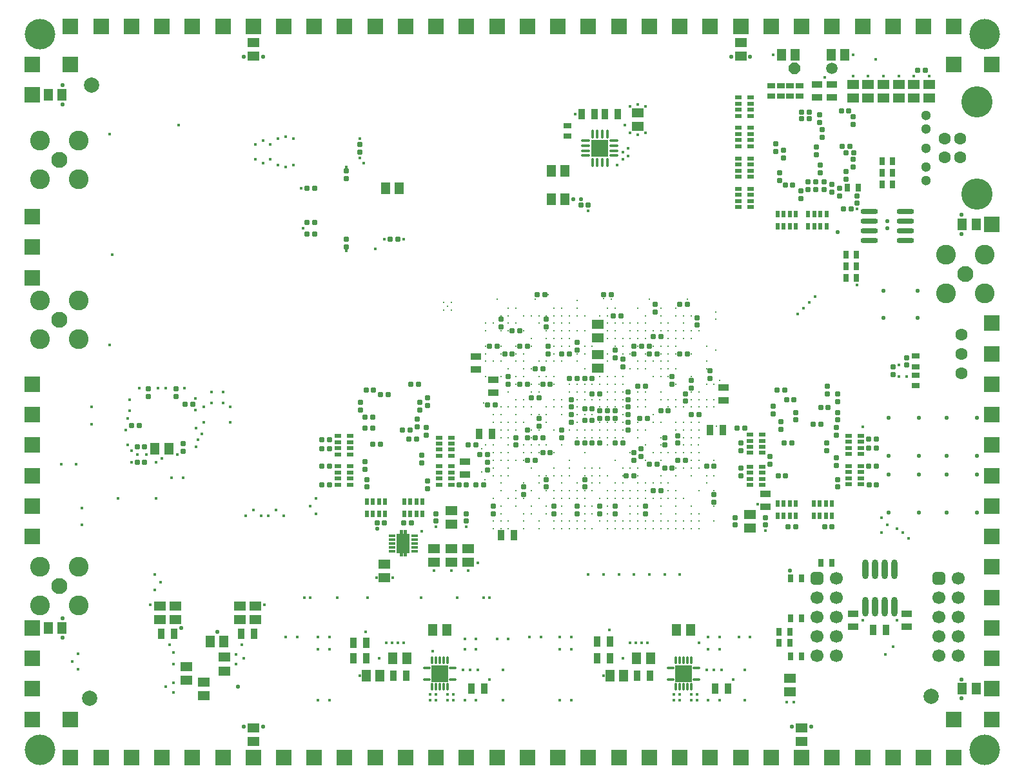
<source format=gbs>
%FSLAX25Y25*%
%MOIN*%
G70*
G01*
G75*
G04 Layer_Color=16711935*
%ADD10C,0.00591*%
%ADD11C,0.00591*%
%ADD12C,0.00492*%
%ADD13R,0.03347X0.05118*%
%ADD14R,0.04528X0.05709*%
%ADD15R,0.12598X0.16929*%
%ADD16R,0.03150X0.01575*%
%ADD17R,0.01575X0.03150*%
%ADD18R,0.05709X0.04528*%
%ADD19R,0.03543X0.02756*%
G04:AMPARAMS|DCode=20|XSize=23.62mil|YSize=23.62mil|CornerRadius=2.95mil|HoleSize=0mil|Usage=FLASHONLY|Rotation=90.000|XOffset=0mil|YOffset=0mil|HoleType=Round|Shape=RoundedRectangle|*
%AMROUNDEDRECTD20*
21,1,0.02362,0.01772,0,0,90.0*
21,1,0.01772,0.02362,0,0,90.0*
1,1,0.00591,0.00886,0.00886*
1,1,0.00591,0.00886,-0.00886*
1,1,0.00591,-0.00886,-0.00886*
1,1,0.00591,-0.00886,0.00886*
%
%ADD20ROUNDEDRECTD20*%
%ADD21R,0.02756X0.03543*%
G04:AMPARAMS|DCode=22|XSize=23.62mil|YSize=23.62mil|CornerRadius=2.95mil|HoleSize=0mil|Usage=FLASHONLY|Rotation=180.000|XOffset=0mil|YOffset=0mil|HoleType=Round|Shape=RoundedRectangle|*
%AMROUNDEDRECTD22*
21,1,0.02362,0.01772,0,0,180.0*
21,1,0.01772,0.02362,0,0,180.0*
1,1,0.00591,-0.00886,0.00886*
1,1,0.00591,0.00886,0.00886*
1,1,0.00591,0.00886,-0.00886*
1,1,0.00591,-0.00886,-0.00886*
%
%ADD22ROUNDEDRECTD22*%
%ADD23R,0.05118X0.03347*%
%ADD24R,0.11000X0.08500*%
%ADD25R,0.23622X0.19685*%
%ADD26O,0.06102X0.01378*%
%ADD27R,0.10787X0.12795*%
%ADD28O,0.04134X0.01181*%
%ADD29O,0.01181X0.04134*%
%ADD30R,0.08268X0.08268*%
%ADD31R,0.05906X0.09449*%
%ADD32C,0.03937*%
%ADD33R,0.05512X0.02992*%
%ADD34R,0.12520X0.05000*%
%ADD35R,0.02992X0.05512*%
%ADD36R,0.05000X0.12520*%
%ADD37O,0.00984X0.03150*%
%ADD38O,0.03150X0.00984*%
%ADD39R,0.21654X0.21654*%
%ADD40O,0.00984X0.05709*%
%ADD41R,0.29528X0.29528*%
%ADD42O,0.00984X0.03543*%
%ADD43O,0.03543X0.00984*%
%ADD44C,0.01772*%
%ADD45C,0.01575*%
%ADD46C,0.01969*%
%ADD47R,0.07087X0.08661*%
%ADD48R,0.08661X0.07087*%
%ADD49R,0.14961X0.11024*%
%ADD50R,0.03543X0.03740*%
%ADD51C,0.05906*%
%ADD52C,0.01181*%
%ADD53C,0.00984*%
%ADD54C,0.03937*%
%ADD55C,0.00787*%
%ADD56C,0.00551*%
%ADD57C,0.00394*%
%ADD58P,0.05966X8X22.5*%
%ADD59C,0.05512*%
%ADD60C,0.05906*%
%ADD61C,0.07874*%
%ADD62C,0.09843*%
%ADD63C,0.15748*%
%ADD64C,0.04724*%
%ADD65R,0.07874X0.07874*%
%ADD66R,0.07874X0.07874*%
G04:AMPARAMS|DCode=67|XSize=62.99mil|YSize=62.99mil|CornerRadius=15.75mil|HoleSize=0mil|Usage=FLASHONLY|Rotation=90.000|XOffset=0mil|YOffset=0mil|HoleType=Round|Shape=RoundedRectangle|*
%AMROUNDEDRECTD67*
21,1,0.06299,0.03150,0,0,90.0*
21,1,0.03150,0.06299,0,0,90.0*
1,1,0.03150,0.01575,0.01575*
1,1,0.03150,0.01575,-0.01575*
1,1,0.03150,-0.01575,-0.01575*
1,1,0.03150,-0.01575,0.01575*
%
%ADD67ROUNDEDRECTD67*%
%ADD68C,0.06299*%
%ADD69C,0.02559*%
%ADD70C,0.02953*%
%ADD71C,0.02362*%
%ADD72C,0.02756*%
%ADD73C,0.01575*%
%ADD74C,0.01969*%
%ADD75C,0.08661*%
%ADD76C,0.06693*%
%ADD77C,0.03937*%
%ADD78C,0.03740*%
%ADD79C,0.03543*%
%ADD80C,0.03150*%
%ADD81C,0.04331*%
%ADD82C,0.03347*%
%ADD83C,0.00512*%
%ADD84C,0.00494*%
%ADD85C,0.02756*%
%ADD86C,0.02362*%
%ADD87C,0.09449*%
%ADD88C,0.10630*%
%ADD89R,0.03347X0.01102*%
%ADD90R,0.06496X0.09449*%
%ADD91O,0.08661X0.02362*%
%ADD92O,0.03347X0.01102*%
%ADD93O,0.01102X0.03347*%
%ADD94R,0.08071X0.08071*%
%ADD95O,0.02756X0.09843*%
%ADD96C,0.07874*%
%ADD97C,0.01000*%
%ADD98C,0.00984*%
%ADD99R,0.03740X0.05512*%
%ADD100R,0.04921X0.06102*%
%ADD101R,0.12992X0.17323*%
%ADD102R,0.03543X0.01969*%
%ADD103R,0.01969X0.03543*%
%ADD104R,0.06102X0.04921*%
%ADD105R,0.03937X0.03150*%
G04:AMPARAMS|DCode=106|XSize=27.56mil|YSize=27.56mil|CornerRadius=4.92mil|HoleSize=0mil|Usage=FLASHONLY|Rotation=90.000|XOffset=0mil|YOffset=0mil|HoleType=Round|Shape=RoundedRectangle|*
%AMROUNDEDRECTD106*
21,1,0.02756,0.01772,0,0,90.0*
21,1,0.01772,0.02756,0,0,90.0*
1,1,0.00984,0.00886,0.00886*
1,1,0.00984,0.00886,-0.00886*
1,1,0.00984,-0.00886,-0.00886*
1,1,0.00984,-0.00886,0.00886*
%
%ADD106ROUNDEDRECTD106*%
%ADD107R,0.03150X0.03937*%
G04:AMPARAMS|DCode=108|XSize=27.56mil|YSize=27.56mil|CornerRadius=4.92mil|HoleSize=0mil|Usage=FLASHONLY|Rotation=180.000|XOffset=0mil|YOffset=0mil|HoleType=Round|Shape=RoundedRectangle|*
%AMROUNDEDRECTD108*
21,1,0.02756,0.01772,0,0,180.0*
21,1,0.01772,0.02756,0,0,180.0*
1,1,0.00984,-0.00886,0.00886*
1,1,0.00984,0.00886,0.00886*
1,1,0.00984,0.00886,-0.00886*
1,1,0.00984,-0.00886,-0.00886*
%
%ADD108ROUNDEDRECTD108*%
%ADD109R,0.05512X0.03740*%
%ADD110R,0.11394X0.08894*%
%ADD111R,0.24016X0.20079*%
%ADD112O,0.06496X0.01772*%
%ADD113R,0.11181X0.13189*%
%ADD114O,0.04528X0.01575*%
%ADD115O,0.01575X0.04528*%
%ADD116R,0.08661X0.08661*%
%ADD117R,0.06299X0.09843*%
%ADD118C,0.07874*%
%ADD119R,0.05906X0.03386*%
%ADD120R,0.12913X0.05394*%
%ADD121R,0.03386X0.05906*%
%ADD122R,0.05394X0.12913*%
%ADD123O,0.01378X0.03543*%
%ADD124O,0.03543X0.01378*%
%ADD125R,0.22047X0.22047*%
%ADD126O,0.01378X0.06102*%
%ADD127R,0.29921X0.29921*%
%ADD128O,0.01378X0.03937*%
%ADD129O,0.03937X0.01378*%
%ADD130C,0.02165*%
%ADD131R,0.07480X0.09055*%
%ADD132R,0.09055X0.07480*%
%ADD133R,0.15354X0.11417*%
%ADD134R,0.03937X0.04134*%
%ADD135P,0.06392X8X22.5*%
%ADD136C,0.08268*%
%ADD137C,0.10236*%
%ADD138C,0.16142*%
%ADD139C,0.05118*%
%ADD140C,0.15748*%
%ADD141R,0.08268X0.08268*%
G04:AMPARAMS|DCode=142|XSize=66.93mil|YSize=66.93mil|CornerRadius=17.72mil|HoleSize=0mil|Usage=FLASHONLY|Rotation=90.000|XOffset=0mil|YOffset=0mil|HoleType=Round|Shape=RoundedRectangle|*
%AMROUNDEDRECTD142*
21,1,0.06693,0.03150,0,0,90.0*
21,1,0.03150,0.06693,0,0,90.0*
1,1,0.03543,0.01575,0.01575*
1,1,0.03543,0.01575,-0.01575*
1,1,0.03543,-0.01575,-0.01575*
1,1,0.03543,-0.01575,0.01575*
%
%ADD142ROUNDEDRECTD142*%
%ADD143C,0.01772*%
%ADD144C,0.02165*%
%ADD145C,0.01181*%
%ADD146R,0.03740X0.01496*%
%ADD147R,0.06890X0.09843*%
%ADD148O,0.09055X0.02756*%
%ADD149O,0.03898X0.01654*%
%ADD150O,0.01654X0.03898*%
%ADD151R,0.08622X0.08622*%
%ADD152O,0.03150X0.10236*%
G36*
X332481Y217062D02*
X332489Y217062D01*
X332501Y217060D01*
X332512Y217058D01*
X332519Y217056D01*
X332526Y217054D01*
X332538Y217049D01*
X332549Y217045D01*
X332555Y217041D01*
X332562Y217038D01*
X332572Y217031D01*
X332582Y217025D01*
X332588Y217020D01*
X332594Y217016D01*
X332602Y217007D01*
X332611Y216999D01*
X332615Y216993D01*
X332621Y216988D01*
X333187Y216264D01*
X333191Y216257D01*
X333196Y216251D01*
X333202Y216241D01*
X333208Y216231D01*
X333211Y216224D01*
X333214Y216217D01*
X333218Y216206D01*
X333222Y216195D01*
X333224Y216187D01*
X333226Y216180D01*
X333227Y216168D01*
X333229Y216156D01*
X333229Y216149D01*
X333229Y216142D01*
Y214173D01*
X333226Y214135D01*
X333214Y214097D01*
X333196Y214063D01*
X333172Y214033D01*
X333141Y214009D01*
X333107Y213990D01*
X333070Y213979D01*
X333032Y213975D01*
X331929D01*
X331891Y213979D01*
X331854Y213990D01*
X331819Y214009D01*
X331789Y214033D01*
X331765Y214063D01*
X331747Y214097D01*
X331735Y214135D01*
X331732Y214173D01*
Y216142D01*
X331732Y216146D01*
X331732Y216151D01*
X331734Y216165D01*
X331735Y216180D01*
X331737Y216185D01*
X331737Y216189D01*
X331742Y216203D01*
X331747Y216217D01*
X331749Y216221D01*
X331750Y216226D01*
X331758Y216239D01*
X331765Y216251D01*
X331768Y216255D01*
X331770Y216259D01*
X332306Y216984D01*
X332311Y216989D01*
X332315Y216995D01*
X332324Y217003D01*
X332332Y217012D01*
X332337Y217017D01*
X332343Y217022D01*
X332353Y217028D01*
X332363Y217036D01*
X332369Y217039D01*
X332376Y217042D01*
X332387Y217047D01*
X332398Y217052D01*
X332405Y217054D01*
X332412Y217056D01*
X332423Y217059D01*
X332435Y217062D01*
X332443Y217062D01*
X332450Y217063D01*
X332462Y217063D01*
X332474Y217063D01*
X332481Y217062D01*
D02*
G37*
G36*
X334467Y217063D02*
X334479Y217063D01*
X334487Y217062D01*
X334494Y217062D01*
X334506Y217059D01*
X334518Y217056D01*
X334524Y217054D01*
X334532Y217052D01*
X334543Y217047D01*
X334554Y217042D01*
X334560Y217039D01*
X334567Y217036D01*
X334576Y217028D01*
X334587Y217022D01*
X334592Y217017D01*
X334598Y217012D01*
X334606Y217003D01*
X334615Y216995D01*
X334619Y216989D01*
X334624Y216984D01*
X335159Y216259D01*
X335162Y216255D01*
X335165Y216251D01*
X335172Y216239D01*
X335179Y216226D01*
X335181Y216221D01*
X335183Y216217D01*
X335187Y216203D01*
X335192Y216189D01*
X335193Y216185D01*
X335194Y216180D01*
X335196Y216165D01*
X335198Y216151D01*
X335197Y216146D01*
X335198Y216142D01*
Y214173D01*
X335194Y214135D01*
X335183Y214097D01*
X335165Y214063D01*
X335140Y214033D01*
X335110Y214009D01*
X335076Y213990D01*
X335039Y213979D01*
X335000Y213975D01*
X333898D01*
X333859Y213979D01*
X333822Y213990D01*
X333788Y214009D01*
X333758Y214033D01*
X333733Y214063D01*
X333715Y214097D01*
X333704Y214135D01*
X333700Y214173D01*
Y216142D01*
X333701Y216149D01*
X333700Y216156D01*
X333703Y216168D01*
X333704Y216180D01*
X333706Y216187D01*
X333707Y216195D01*
X333712Y216206D01*
X333715Y216217D01*
X333718Y216224D01*
X333721Y216231D01*
X333728Y216241D01*
X333733Y216251D01*
X333738Y216257D01*
X333742Y216264D01*
X334309Y216988D01*
X334314Y216993D01*
X334318Y216999D01*
X334327Y217007D01*
X334336Y217016D01*
X334342Y217020D01*
X334347Y217025D01*
X334358Y217031D01*
X334367Y217038D01*
X334374Y217041D01*
X334380Y217045D01*
X334392Y217049D01*
X334403Y217054D01*
X334410Y217056D01*
X334417Y217058D01*
X334429Y217060D01*
X334441Y217062D01*
X334448Y217062D01*
X334455Y217063D01*
X334467Y217063D01*
D02*
G37*
G36*
X335039Y227753D02*
X335076Y227742D01*
X335110Y227723D01*
X335140Y227699D01*
X335165Y227669D01*
X335183Y227635D01*
X335194Y227597D01*
X335198Y227559D01*
Y225590D01*
X335197Y225586D01*
X335198Y225581D01*
X335196Y225567D01*
X335194Y225552D01*
X335193Y225547D01*
X335192Y225543D01*
X335187Y225529D01*
X335183Y225515D01*
X335181Y225511D01*
X335179Y225506D01*
X335172Y225493D01*
X335165Y225481D01*
X335162Y225477D01*
X335159Y225473D01*
X334624Y224748D01*
X334619Y224743D01*
X334615Y224737D01*
X334606Y224729D01*
X334598Y224720D01*
X334592Y224715D01*
X334587Y224710D01*
X334576Y224704D01*
X334567Y224696D01*
X334560Y224693D01*
X334554Y224689D01*
X334543Y224685D01*
X334532Y224680D01*
X334524Y224678D01*
X334518Y224675D01*
X334506Y224673D01*
X334494Y224670D01*
X334487Y224670D01*
X334479Y224669D01*
X334467Y224669D01*
X334455Y224668D01*
X334448Y224670D01*
X334441Y224670D01*
X334429Y224672D01*
X334417Y224674D01*
X334410Y224676D01*
X334403Y224678D01*
X334392Y224683D01*
X334380Y224687D01*
X334374Y224691D01*
X334367Y224694D01*
X334358Y224701D01*
X334347Y224707D01*
X334342Y224712D01*
X334336Y224716D01*
X334327Y224725D01*
X334318Y224733D01*
X334314Y224739D01*
X334309Y224744D01*
X333742Y225468D01*
X333738Y225475D01*
X333733Y225481D01*
X333728Y225491D01*
X333721Y225501D01*
X333718Y225508D01*
X333715Y225515D01*
X333712Y225526D01*
X333707Y225537D01*
X333706Y225545D01*
X333704Y225552D01*
X333703Y225564D01*
X333700Y225576D01*
X333701Y225583D01*
X333700Y225590D01*
Y227559D01*
X333704Y227597D01*
X333715Y227635D01*
X333733Y227669D01*
X333758Y227699D01*
X333788Y227723D01*
X333822Y227742D01*
X333859Y227753D01*
X333898Y227757D01*
X335000D01*
X335039Y227753D01*
D02*
G37*
G36*
X333070D02*
X333107Y227742D01*
X333141Y227723D01*
X333172Y227699D01*
X333196Y227669D01*
X333214Y227635D01*
X333226Y227597D01*
X333229Y227559D01*
Y225590D01*
X333229Y225583D01*
X333229Y225576D01*
X333227Y225564D01*
X333226Y225552D01*
X333224Y225545D01*
X333222Y225537D01*
X333218Y225526D01*
X333214Y225515D01*
X333211Y225508D01*
X333208Y225501D01*
X333202Y225491D01*
X333196Y225481D01*
X333191Y225475D01*
X333187Y225468D01*
X332621Y224744D01*
X332615Y224739D01*
X332611Y224733D01*
X332602Y224725D01*
X332594Y224716D01*
X332588Y224712D01*
X332582Y224707D01*
X332572Y224701D01*
X332562Y224694D01*
X332555Y224691D01*
X332549Y224687D01*
X332538Y224683D01*
X332526Y224678D01*
X332519Y224676D01*
X332512Y224674D01*
X332501Y224672D01*
X332489Y224670D01*
X332481Y224670D01*
X332474Y224668D01*
X332462Y224669D01*
X332450Y224669D01*
X332443Y224670D01*
X332435Y224670D01*
X332423Y224673D01*
X332412Y224675D01*
X332405Y224678D01*
X332398Y224680D01*
X332387Y224685D01*
X332376Y224689D01*
X332369Y224693D01*
X332363Y224696D01*
X332353Y224704D01*
X332343Y224710D01*
X332337Y224715D01*
X332332Y224720D01*
X332324Y224729D01*
X332315Y224737D01*
X332311Y224743D01*
X332306Y224748D01*
X331770Y225473D01*
X331768Y225477D01*
X331765Y225481D01*
X331758Y225493D01*
X331750Y225506D01*
X331749Y225511D01*
X331747Y225515D01*
X331742Y225529D01*
X331737Y225543D01*
X331737Y225547D01*
X331735Y225552D01*
X331734Y225567D01*
X331732Y225581D01*
X331732Y225586D01*
X331732Y225590D01*
Y227559D01*
X331735Y227597D01*
X331747Y227635D01*
X331765Y227669D01*
X331789Y227699D01*
X331819Y227723D01*
X331854Y227742D01*
X331891Y227753D01*
X331929Y227757D01*
X333032D01*
X333070Y227753D01*
D02*
G37*
D30*
X602362Y110236D02*
D03*
X586614D02*
D03*
X555118D02*
D03*
X570866D02*
D03*
X539370D02*
D03*
X523622D02*
D03*
X492126D02*
D03*
X507874D02*
D03*
X476378D02*
D03*
X460630D02*
D03*
X429134D02*
D03*
X444882D02*
D03*
X413386D02*
D03*
X397638D02*
D03*
X366142D02*
D03*
X381890D02*
D03*
X350394D02*
D03*
X334646D02*
D03*
X303150D02*
D03*
X318898D02*
D03*
X287402D02*
D03*
X271654D02*
D03*
X240157D02*
D03*
X255906D02*
D03*
X224409D02*
D03*
X208661D02*
D03*
X177165D02*
D03*
X192913D02*
D03*
X161417D02*
D03*
X637795Y129921D02*
D03*
Y145669D02*
D03*
Y161417D02*
D03*
Y177165D02*
D03*
X141732Y129921D02*
D03*
X161417D02*
D03*
X141732Y145669D02*
D03*
Y161417D02*
D03*
Y177165D02*
D03*
Y224409D02*
D03*
Y240157D02*
D03*
Y255906D02*
D03*
Y271654D02*
D03*
Y287402D02*
D03*
Y303150D02*
D03*
Y358268D02*
D03*
Y374016D02*
D03*
Y389764D02*
D03*
Y468504D02*
D03*
X161417D02*
D03*
Y488189D02*
D03*
X141732Y452756D02*
D03*
D45*
X276575Y430118D02*
D03*
X268701D02*
D03*
X272638Y431102D02*
D03*
X183071Y370079D02*
D03*
X181732Y323425D02*
D03*
X217165Y437008D02*
D03*
X181732Y432480D02*
D03*
X240158Y299213D02*
D03*
Y293307D02*
D03*
X234252Y299213D02*
D03*
Y293307D02*
D03*
X429134Y392717D02*
D03*
D60*
X554882Y466535D02*
D03*
D68*
X622047Y328898D02*
D03*
Y308898D02*
D03*
Y318898D02*
D03*
X621220Y430197D02*
D03*
X613346D02*
D03*
Y420354D02*
D03*
X621220D02*
D03*
D76*
X557244Y202756D02*
D03*
X557244Y162756D02*
D03*
X557244Y172756D02*
D03*
Y182756D02*
D03*
X557244Y192756D02*
D03*
X547244D02*
D03*
Y182756D02*
D03*
Y172756D02*
D03*
Y162756D02*
D03*
X620236Y202756D02*
D03*
X620236Y162756D02*
D03*
X620236Y172756D02*
D03*
Y182756D02*
D03*
X620236Y192756D02*
D03*
X610236D02*
D03*
Y182756D02*
D03*
Y172756D02*
D03*
Y162756D02*
D03*
D99*
X368701Y145669D02*
D03*
X375394D02*
D03*
X379331Y277559D02*
D03*
X372638D02*
D03*
X384055Y225197D02*
D03*
X390748D02*
D03*
X498622Y279528D02*
D03*
X491929D02*
D03*
X437598Y442913D02*
D03*
X444291D02*
D03*
X425787D02*
D03*
X432480D02*
D03*
X256299Y174213D02*
D03*
X249606D02*
D03*
X583071Y176181D02*
D03*
X576378D02*
D03*
X307677Y169291D02*
D03*
X314370D02*
D03*
X314370Y161417D02*
D03*
X307677D02*
D03*
X335039Y152559D02*
D03*
X328346D02*
D03*
X433661Y170276D02*
D03*
X440354D02*
D03*
X440354Y161417D02*
D03*
X433662D02*
D03*
X461024Y152559D02*
D03*
X454331D02*
D03*
X494685Y145669D02*
D03*
X501378D02*
D03*
X214961Y174213D02*
D03*
X208268D02*
D03*
D100*
X629528Y385827D02*
D03*
X622441D02*
D03*
X554528Y473425D02*
D03*
X561614D02*
D03*
X536024Y473425D02*
D03*
X528937D02*
D03*
X409842Y413386D02*
D03*
X416929D02*
D03*
X150000Y452756D02*
D03*
X157087D02*
D03*
X331299Y404528D02*
D03*
X324213D02*
D03*
X212205Y269685D02*
D03*
X205118D02*
D03*
X240748Y170276D02*
D03*
X233661D02*
D03*
X150000Y177165D02*
D03*
X157087D02*
D03*
X321457Y152559D02*
D03*
X314370D02*
D03*
X335236Y161417D02*
D03*
X328150D02*
D03*
X348819Y176181D02*
D03*
X355906D02*
D03*
X447441Y152559D02*
D03*
X440354D02*
D03*
X461221Y161418D02*
D03*
X454134D02*
D03*
X474803Y176181D02*
D03*
X481890D02*
D03*
X629528Y145669D02*
D03*
X622441D02*
D03*
X416929Y398622D02*
D03*
X409842D02*
D03*
D102*
X506693Y435630D02*
D03*
Y432480D02*
D03*
Y429331D02*
D03*
Y426181D02*
D03*
X512992D02*
D03*
Y429331D02*
D03*
Y432480D02*
D03*
Y435630D02*
D03*
X563779Y251378D02*
D03*
Y254528D02*
D03*
Y257677D02*
D03*
Y260827D02*
D03*
X570079D02*
D03*
Y257677D02*
D03*
Y254528D02*
D03*
Y251378D02*
D03*
X512598Y277067D02*
D03*
Y273917D02*
D03*
Y270768D02*
D03*
Y267618D02*
D03*
X518898D02*
D03*
Y270768D02*
D03*
Y273917D02*
D03*
Y277067D02*
D03*
X563779Y267126D02*
D03*
Y270276D02*
D03*
Y273425D02*
D03*
Y276575D02*
D03*
X570079D02*
D03*
Y273425D02*
D03*
Y270276D02*
D03*
Y267126D02*
D03*
X512598Y260433D02*
D03*
Y257283D02*
D03*
Y254134D02*
D03*
Y250984D02*
D03*
X518898D02*
D03*
Y254134D02*
D03*
Y257283D02*
D03*
Y260433D02*
D03*
X512992Y419882D02*
D03*
Y416732D02*
D03*
Y413583D02*
D03*
Y410433D02*
D03*
X506693D02*
D03*
Y413583D02*
D03*
Y416732D02*
D03*
Y419882D02*
D03*
Y404134D02*
D03*
Y400984D02*
D03*
Y397835D02*
D03*
Y394685D02*
D03*
X512992D02*
D03*
Y397835D02*
D03*
Y400984D02*
D03*
Y404134D02*
D03*
Y451378D02*
D03*
Y448228D02*
D03*
Y445079D02*
D03*
Y441929D02*
D03*
X506693D02*
D03*
Y445079D02*
D03*
Y448228D02*
D03*
Y451378D02*
D03*
X358268Y251181D02*
D03*
Y254331D02*
D03*
Y257480D02*
D03*
Y260630D02*
D03*
X351969D02*
D03*
Y257480D02*
D03*
Y254331D02*
D03*
Y251181D02*
D03*
Y266142D02*
D03*
Y269291D02*
D03*
Y272441D02*
D03*
Y275590D02*
D03*
X358268D02*
D03*
Y272441D02*
D03*
Y269291D02*
D03*
Y266142D02*
D03*
X299606Y260630D02*
D03*
Y257480D02*
D03*
Y254331D02*
D03*
Y251181D02*
D03*
X305906D02*
D03*
Y254331D02*
D03*
Y257480D02*
D03*
Y260630D02*
D03*
Y276378D02*
D03*
Y273228D02*
D03*
Y270079D02*
D03*
Y266929D02*
D03*
X299606D02*
D03*
Y270079D02*
D03*
Y273228D02*
D03*
Y276378D02*
D03*
D103*
X542717Y390945D02*
D03*
X545866D02*
D03*
X549016D02*
D03*
X552165D02*
D03*
Y384646D02*
D03*
X549016D02*
D03*
X545866D02*
D03*
X542717D02*
D03*
X526968D02*
D03*
X530118D02*
D03*
X533268D02*
D03*
X536417D02*
D03*
Y390945D02*
D03*
X533268D02*
D03*
X530118D02*
D03*
X526968D02*
D03*
Y235039D02*
D03*
X530118D02*
D03*
X533268D02*
D03*
X536417D02*
D03*
Y241339D02*
D03*
X533268D02*
D03*
X530118D02*
D03*
X526968D02*
D03*
X545669D02*
D03*
X548819D02*
D03*
X551968D02*
D03*
X555118D02*
D03*
Y235039D02*
D03*
X551968D02*
D03*
X548819D02*
D03*
X545669D02*
D03*
X314567Y242520D02*
D03*
X317717D02*
D03*
X320866D02*
D03*
X324016D02*
D03*
Y236221D02*
D03*
X320866D02*
D03*
X317717D02*
D03*
X314567D02*
D03*
X333858D02*
D03*
X337008D02*
D03*
X340158D02*
D03*
X343307D02*
D03*
Y242520D02*
D03*
X340158D02*
D03*
X337008D02*
D03*
X333858D02*
D03*
D104*
X358268Y237795D02*
D03*
Y230709D02*
D03*
X349409Y218110D02*
D03*
Y211024D02*
D03*
X358268Y218110D02*
D03*
Y211024D02*
D03*
X367126Y218110D02*
D03*
Y211024D02*
D03*
X323819Y210236D02*
D03*
Y203150D02*
D03*
X434055Y318504D02*
D03*
Y311417D02*
D03*
X434055Y327165D02*
D03*
Y334252D02*
D03*
X512795Y235827D02*
D03*
Y228740D02*
D03*
X565945Y451181D02*
D03*
Y458268D02*
D03*
X573819Y451181D02*
D03*
Y458268D02*
D03*
X581693Y451181D02*
D03*
Y458268D02*
D03*
X589567Y451181D02*
D03*
Y458268D02*
D03*
X597441Y451181D02*
D03*
Y458268D02*
D03*
X605315Y451181D02*
D03*
Y458268D02*
D03*
X507874Y479921D02*
D03*
Y472835D02*
D03*
X454724Y436417D02*
D03*
Y443504D02*
D03*
X255906Y479921D02*
D03*
Y472835D02*
D03*
X241142Y162008D02*
D03*
Y154921D02*
D03*
X221457Y150000D02*
D03*
Y157087D02*
D03*
X230315Y142126D02*
D03*
Y149213D02*
D03*
X207677Y181496D02*
D03*
Y188583D02*
D03*
X215551Y181496D02*
D03*
Y188583D02*
D03*
X249016Y181496D02*
D03*
Y188583D02*
D03*
X256890Y181496D02*
D03*
Y188583D02*
D03*
X533464Y144095D02*
D03*
Y151181D02*
D03*
X255906Y118504D02*
D03*
Y125591D02*
D03*
X539370Y118504D02*
D03*
Y125591D02*
D03*
D105*
X523622Y451968D02*
D03*
Y457480D02*
D03*
X528543Y451968D02*
D03*
Y457480D02*
D03*
X533465Y451968D02*
D03*
Y457480D02*
D03*
X538386Y451968D02*
D03*
Y457480D02*
D03*
X418307Y436811D02*
D03*
Y431299D02*
D03*
X598425Y307874D02*
D03*
Y302362D02*
D03*
X598425Y312205D02*
D03*
Y317717D02*
D03*
D106*
X319882Y231299D02*
D03*
X323819D02*
D03*
X295276Y274606D02*
D03*
X291339D02*
D03*
X291339Y269685D02*
D03*
X295276D02*
D03*
X291339Y260827D02*
D03*
X295276D02*
D03*
X291339Y250984D02*
D03*
X295276D02*
D03*
X509842Y280315D02*
D03*
X505905D02*
D03*
X536221Y229528D02*
D03*
X532283D02*
D03*
X555118D02*
D03*
X551181D02*
D03*
X577953Y274803D02*
D03*
X574016D02*
D03*
X574016Y270079D02*
D03*
X577953D02*
D03*
X574016Y260630D02*
D03*
X577953D02*
D03*
X574213Y250984D02*
D03*
X578150D02*
D03*
X564961Y393701D02*
D03*
X561024D02*
D03*
X599409Y465551D02*
D03*
X603346D02*
D03*
X330709Y377953D02*
D03*
X326772D02*
D03*
X283661Y386811D02*
D03*
X287598D02*
D03*
Y380906D02*
D03*
X283661D02*
D03*
X287598Y404528D02*
D03*
X283661D02*
D03*
X193110Y281890D02*
D03*
X197047D02*
D03*
X195866Y270669D02*
D03*
X199803D02*
D03*
Y262795D02*
D03*
X195866D02*
D03*
X224606Y292913D02*
D03*
X220669D02*
D03*
X337402Y303150D02*
D03*
X341339D02*
D03*
X526772Y300000D02*
D03*
X530709D02*
D03*
X562319Y422622D02*
D03*
X566256D02*
D03*
X563779Y444488D02*
D03*
X559842D02*
D03*
X539484Y440339D02*
D03*
X543421D02*
D03*
X546571Y407661D02*
D03*
X542634D02*
D03*
X530823Y406086D02*
D03*
X534760D02*
D03*
X542634Y403724D02*
D03*
X546571D02*
D03*
X539484Y443882D02*
D03*
X543421D02*
D03*
X564288Y426165D02*
D03*
X560351D02*
D03*
X393701Y330709D02*
D03*
X389764D02*
D03*
X393701Y322835D02*
D03*
X397638D02*
D03*
X371063Y250984D02*
D03*
X375000D02*
D03*
X405512Y267717D02*
D03*
X409449D02*
D03*
X377953Y322835D02*
D03*
X381890D02*
D03*
X445866Y338583D02*
D03*
X441929D02*
D03*
X403543Y296260D02*
D03*
X399606D02*
D03*
X397638Y303150D02*
D03*
X393701D02*
D03*
X405512D02*
D03*
X409449D02*
D03*
X385827Y318898D02*
D03*
X389764D02*
D03*
X373031Y266732D02*
D03*
X376969D02*
D03*
X376969Y292323D02*
D03*
X380906D02*
D03*
X476378Y318898D02*
D03*
X480315D02*
D03*
X479331Y263779D02*
D03*
X475394D02*
D03*
X468504Y259842D02*
D03*
X472441D02*
D03*
X466535Y289370D02*
D03*
X470472D02*
D03*
X476378Y344488D02*
D03*
X480315D02*
D03*
X466535Y327756D02*
D03*
X462598D02*
D03*
X440945Y349410D02*
D03*
X437008D02*
D03*
X406496D02*
D03*
X402559D02*
D03*
X456693Y322835D02*
D03*
X460630D02*
D03*
X401575Y263779D02*
D03*
X397638D02*
D03*
X466535Y248031D02*
D03*
X462598D02*
D03*
X431102Y284449D02*
D03*
X427165D02*
D03*
X431102Y290354D02*
D03*
X427165D02*
D03*
X401575Y311024D02*
D03*
X405512D02*
D03*
X455709Y285433D02*
D03*
X459646D02*
D03*
X464567Y261811D02*
D03*
X460630D02*
D03*
X401575Y275590D02*
D03*
X405512D02*
D03*
X431102Y298228D02*
D03*
X435039D02*
D03*
X431102Y306102D02*
D03*
X427165D02*
D03*
X448819Y255906D02*
D03*
X452756D02*
D03*
X415354Y318898D02*
D03*
X419291D02*
D03*
X464567Y318897D02*
D03*
X460630D02*
D03*
X446850Y272638D02*
D03*
X442913D02*
D03*
X435039D02*
D03*
X431102D02*
D03*
X423228D02*
D03*
X427165D02*
D03*
X423228Y306102D02*
D03*
X419291D02*
D03*
X317717Y272047D02*
D03*
X321654D02*
D03*
X317717Y286221D02*
D03*
X313779D02*
D03*
X530315Y272835D02*
D03*
X534252D02*
D03*
X535433Y295276D02*
D03*
X531496D02*
D03*
X527166Y255906D02*
D03*
X531103D02*
D03*
X545276Y282284D02*
D03*
X549213D02*
D03*
X333071Y279528D02*
D03*
X337008D02*
D03*
X340158Y274803D02*
D03*
X336221D02*
D03*
X313779Y280315D02*
D03*
X317717D02*
D03*
X318110Y300000D02*
D03*
X314173D02*
D03*
X321654Y297638D02*
D03*
X325590D02*
D03*
X549213Y290945D02*
D03*
X553150D02*
D03*
X482283Y287402D02*
D03*
X486221D02*
D03*
X371063Y271654D02*
D03*
X367126D02*
D03*
X366142Y250984D02*
D03*
X362205D02*
D03*
X333661Y231299D02*
D03*
X337598D02*
D03*
X494095Y260827D02*
D03*
X490158D02*
D03*
X454724Y302165D02*
D03*
X458661D02*
D03*
X429134Y395669D02*
D03*
X425197D02*
D03*
D107*
X563106Y404906D02*
D03*
X568618D02*
D03*
X586417Y418307D02*
D03*
X580906D02*
D03*
X586417Y412402D02*
D03*
X580906D02*
D03*
X586417Y406496D02*
D03*
X580906D02*
D03*
X533661Y182087D02*
D03*
X539173D02*
D03*
X527756Y175197D02*
D03*
X533268D02*
D03*
X527756Y169291D02*
D03*
X533268D02*
D03*
X539173Y162401D02*
D03*
X533662D02*
D03*
X533661Y202756D02*
D03*
X539173D02*
D03*
X554921Y210630D02*
D03*
X549409D02*
D03*
X567717Y358268D02*
D03*
X562205D02*
D03*
X567717Y370079D02*
D03*
X562205D02*
D03*
X567717Y364173D02*
D03*
X562205D02*
D03*
D108*
X350394Y236221D02*
D03*
Y232283D02*
D03*
X366142Y236221D02*
D03*
Y232283D02*
D03*
X507874Y268701D02*
D03*
Y272638D02*
D03*
Y259842D02*
D03*
Y255906D02*
D03*
X520669Y234252D02*
D03*
Y230315D02*
D03*
X505118D02*
D03*
Y234252D02*
D03*
X304134Y374016D02*
D03*
Y377953D02*
D03*
Y409449D02*
D03*
Y413386D02*
D03*
X311024Y423228D02*
D03*
Y427165D02*
D03*
X219685Y272441D02*
D03*
Y268504D02*
D03*
X201772Y296850D02*
D03*
Y300787D02*
D03*
X215945D02*
D03*
Y296850D02*
D03*
X550902Y403724D02*
D03*
Y407661D02*
D03*
X567913Y400591D02*
D03*
Y396654D02*
D03*
X554839Y406480D02*
D03*
Y402543D02*
D03*
X559055Y400591D02*
D03*
Y404528D02*
D03*
X538976Y403150D02*
D03*
Y399213D02*
D03*
X550114Y434827D02*
D03*
Y430890D02*
D03*
X548539Y442307D02*
D03*
Y438370D02*
D03*
X528067Y408449D02*
D03*
Y412386D02*
D03*
X546965Y421835D02*
D03*
Y425772D02*
D03*
X530035Y424197D02*
D03*
Y420260D02*
D03*
X562319Y409236D02*
D03*
Y413173D02*
D03*
X548933Y416323D02*
D03*
Y412386D02*
D03*
X526098Y423409D02*
D03*
Y427346D02*
D03*
X565862Y419472D02*
D03*
Y415535D02*
D03*
Y441520D02*
D03*
Y437583D02*
D03*
X383858Y332677D02*
D03*
Y336614D02*
D03*
X407480Y336614D02*
D03*
Y332677D02*
D03*
X403543Y281496D02*
D03*
Y285433D02*
D03*
X408465Y318898D02*
D03*
Y322835D02*
D03*
X415354Y275590D02*
D03*
Y279528D02*
D03*
X395669Y246063D02*
D03*
Y250000D02*
D03*
X391732Y271654D02*
D03*
Y275590D02*
D03*
X387795Y303150D02*
D03*
Y307087D02*
D03*
X379921Y236221D02*
D03*
Y240158D02*
D03*
X485236Y333661D02*
D03*
Y337598D02*
D03*
X482283Y305118D02*
D03*
Y301181D02*
D03*
X494095Y246063D02*
D03*
Y242126D02*
D03*
X479331Y298228D02*
D03*
Y294291D02*
D03*
X475394Y276575D02*
D03*
Y272638D02*
D03*
X452756Y267717D02*
D03*
Y263779D02*
D03*
X468504Y275590D02*
D03*
Y271654D02*
D03*
X472441Y303150D02*
D03*
Y307087D02*
D03*
X452756Y318898D02*
D03*
Y322835D02*
D03*
X397638Y279528D02*
D03*
Y275591D02*
D03*
X423228Y324803D02*
D03*
Y320866D02*
D03*
X442913Y316929D02*
D03*
Y320866D02*
D03*
X463583Y340551D02*
D03*
Y344488D02*
D03*
X442913Y236221D02*
D03*
Y240158D02*
D03*
X449803Y299213D02*
D03*
Y295276D02*
D03*
X420276Y291339D02*
D03*
Y295276D02*
D03*
X449803Y291339D02*
D03*
Y287402D02*
D03*
X442913Y285433D02*
D03*
Y289370D02*
D03*
X446850Y312008D02*
D03*
Y315945D02*
D03*
X438976Y289370D02*
D03*
Y285433D02*
D03*
X449803Y283465D02*
D03*
Y279528D02*
D03*
X420276Y287402D02*
D03*
Y283465D02*
D03*
X458661Y236221D02*
D03*
Y240158D02*
D03*
X423228D02*
D03*
Y236221D02*
D03*
X407480Y253937D02*
D03*
Y250000D02*
D03*
X427165Y253937D02*
D03*
Y250000D02*
D03*
X435039Y285433D02*
D03*
Y289370D02*
D03*
Y236221D02*
D03*
Y240158D02*
D03*
X411417D02*
D03*
Y236221D02*
D03*
X346063Y249213D02*
D03*
Y253150D02*
D03*
X314567Y253937D02*
D03*
Y250000D02*
D03*
X313779Y259055D02*
D03*
Y262992D02*
D03*
X342913Y266535D02*
D03*
Y262598D02*
D03*
X346063Y292126D02*
D03*
Y296063D02*
D03*
X340551Y281102D02*
D03*
Y285039D02*
D03*
X557874Y250000D02*
D03*
Y253937D02*
D03*
X557480Y261024D02*
D03*
Y264961D02*
D03*
X522835Y265748D02*
D03*
Y261811D02*
D03*
X552362Y268898D02*
D03*
Y272835D02*
D03*
X342126Y289764D02*
D03*
Y293701D02*
D03*
X345276Y276772D02*
D03*
Y280709D02*
D03*
X311417Y289764D02*
D03*
Y293701D02*
D03*
X552756Y298032D02*
D03*
Y301969D02*
D03*
X524803Y291732D02*
D03*
Y287795D02*
D03*
X536221Y284646D02*
D03*
Y288583D02*
D03*
X557874Y294095D02*
D03*
Y298032D02*
D03*
Y288583D02*
D03*
Y284646D02*
D03*
X528740Y279921D02*
D03*
Y283858D02*
D03*
X376969Y262795D02*
D03*
Y258858D02*
D03*
X557480Y276772D02*
D03*
Y280709D02*
D03*
X456299Y269685D02*
D03*
Y265748D02*
D03*
X492126Y306102D02*
D03*
Y310039D02*
D03*
X586614Y308071D02*
D03*
Y312008D02*
D03*
X593504Y312992D02*
D03*
Y316929D02*
D03*
D109*
X365157Y263189D02*
D03*
Y256496D02*
D03*
X379921Y305512D02*
D03*
Y298819D02*
D03*
X371063Y317323D02*
D03*
Y310630D02*
D03*
X499016Y301575D02*
D03*
Y294882D02*
D03*
X520669Y239764D02*
D03*
Y246457D02*
D03*
X547244Y451378D02*
D03*
Y458071D02*
D03*
X555118Y451378D02*
D03*
Y458071D02*
D03*
X565945Y177756D02*
D03*
Y184449D02*
D03*
X593504Y184449D02*
D03*
Y177756D02*
D03*
D114*
X427658Y421358D02*
D03*
Y423917D02*
D03*
Y426476D02*
D03*
Y429036D02*
D03*
X442421D02*
D03*
Y426476D02*
D03*
Y423917D02*
D03*
Y421358D02*
D03*
D115*
X431201Y432579D02*
D03*
X433760D02*
D03*
X436319D02*
D03*
X438878D02*
D03*
Y417815D02*
D03*
X436319D02*
D03*
X433760D02*
D03*
X431201D02*
D03*
D116*
X435039Y425197D02*
D03*
D118*
X172244Y457677D02*
D03*
X171260Y140748D02*
D03*
X606299Y141732D02*
D03*
D135*
X535669Y466535D02*
D03*
D136*
X155669Y198661D02*
D03*
Y336457D02*
D03*
Y419134D02*
D03*
X623858Y360079D02*
D03*
D137*
X145669Y208661D02*
D03*
X165669D02*
D03*
X145669Y188661D02*
D03*
X165669D02*
D03*
X145669Y346457D02*
D03*
X165669Y346457D02*
D03*
X145669Y326457D02*
D03*
X165669D02*
D03*
X145669Y429134D02*
D03*
X165669D02*
D03*
X145669Y409134D02*
D03*
X165669D02*
D03*
X633858Y350079D02*
D03*
X613858D02*
D03*
X633858Y370079D02*
D03*
X613858D02*
D03*
D138*
X629921Y448976D02*
D03*
Y401575D02*
D03*
D139*
X603504Y442008D02*
D03*
Y435118D02*
D03*
Y408543D02*
D03*
Y415433D02*
D03*
Y425276D02*
D03*
D140*
X633858Y484252D02*
D03*
Y114173D02*
D03*
X145669D02*
D03*
Y484252D02*
D03*
D141*
X224409Y488189D02*
D03*
X208661D02*
D03*
X240157D02*
D03*
X192913D02*
D03*
X177165D02*
D03*
X618110D02*
D03*
Y468504D02*
D03*
X637795D02*
D03*
Y385827D02*
D03*
Y334646D02*
D03*
Y318898D02*
D03*
Y287402D02*
D03*
Y303150D02*
D03*
Y255906D02*
D03*
Y271654D02*
D03*
Y224409D02*
D03*
Y240157D02*
D03*
Y192913D02*
D03*
Y208661D02*
D03*
X618110Y129921D02*
D03*
Y110236D02*
D03*
X570866Y488189D02*
D03*
X555118D02*
D03*
X602362D02*
D03*
X586614D02*
D03*
X507874D02*
D03*
X492126D02*
D03*
X539370D02*
D03*
X523622D02*
D03*
X444882D02*
D03*
X429134D02*
D03*
X476378D02*
D03*
X460630D02*
D03*
X381890D02*
D03*
X366142D02*
D03*
X413386D02*
D03*
X397638D02*
D03*
X334646D02*
D03*
X350394D02*
D03*
X303150D02*
D03*
X318898D02*
D03*
X271654D02*
D03*
X287402D02*
D03*
X255906D02*
D03*
D142*
X547244Y202756D02*
D03*
X610236D02*
D03*
D143*
X498032Y155512D02*
D03*
X494095D02*
D03*
X490158D02*
D03*
X486221Y169291D02*
D03*
X372047Y155512D02*
D03*
X368110D02*
D03*
X364173D02*
D03*
X204921Y196850D02*
D03*
Y204724D02*
D03*
X207874Y200787D02*
D03*
X328150Y203150D02*
D03*
X551181Y461614D02*
D03*
X454724Y447835D02*
D03*
X450787Y446851D02*
D03*
X458661D02*
D03*
X450787Y433071D02*
D03*
X458661D02*
D03*
X454724Y432087D02*
D03*
X422244Y442913D02*
D03*
X447835Y437008D02*
D03*
X443898Y416339D02*
D03*
X446850Y419291D02*
D03*
Y423228D02*
D03*
X449803Y421260D02*
D03*
Y425197D02*
D03*
X565945Y462598D02*
D03*
X581693D02*
D03*
X597441Y462598D02*
D03*
X524606Y473425D02*
D03*
X565945Y473425D02*
D03*
X573819Y462598D02*
D03*
X589567Y462599D02*
D03*
X605315Y462598D02*
D03*
X567913Y393701D02*
D03*
X304134Y415354D02*
D03*
X260827Y417323D02*
D03*
X256890Y419291D02*
D03*
X264764D02*
D03*
X256890Y427165D02*
D03*
X264764D02*
D03*
X260827Y429134D02*
D03*
X268701Y416339D02*
D03*
X276575D02*
D03*
X272638Y415354D02*
D03*
X311024Y430118D02*
D03*
X333661Y377953D02*
D03*
X281496Y383858D02*
D03*
X280512Y404528D02*
D03*
X304134Y372047D02*
D03*
X311024Y420276D02*
D03*
X312992Y417323D02*
D03*
X318898Y373031D02*
D03*
X323819Y377953D02*
D03*
X384842Y139764D02*
D03*
Y155512D02*
D03*
X165157Y163779D02*
D03*
Y155906D02*
D03*
X162205Y159843D02*
D03*
X202756Y188976D02*
D03*
X261811Y188976D02*
D03*
X212598Y168307D02*
D03*
X250000D02*
D03*
X214567Y164370D02*
D03*
Y158465D02*
D03*
Y143701D02*
D03*
X210630Y146653D02*
D03*
X214567Y148622D02*
D03*
X247047Y163386D02*
D03*
X250984Y161417D02*
D03*
X247047Y158465D02*
D03*
X267717Y238189D02*
D03*
X263780Y235236D02*
D03*
X271653D02*
D03*
X255906Y238189D02*
D03*
X251969Y235236D02*
D03*
X259842D02*
D03*
X583661Y230315D02*
D03*
X580709Y234252D02*
D03*
Y226378D02*
D03*
X288386Y244094D02*
D03*
Y236221D02*
D03*
X285433Y240158D02*
D03*
X594488Y223425D02*
D03*
X588583Y228346D02*
D03*
X591535Y226378D02*
D03*
X537402Y339567D02*
D03*
X546260Y348425D02*
D03*
X570866Y281102D02*
D03*
X516732Y241142D02*
D03*
X350394Y229331D02*
D03*
X342913Y227165D02*
D03*
X319488Y203150D02*
D03*
X367126Y206693D02*
D03*
X358268Y206693D02*
D03*
X349410D02*
D03*
X372047Y210630D02*
D03*
X520669Y227362D02*
D03*
X540354Y342520D02*
D03*
X543307Y345472D02*
D03*
X593504Y307087D02*
D03*
X589567D02*
D03*
Y312992D02*
D03*
X225984Y289764D02*
D03*
Y295669D02*
D03*
X220473Y301181D02*
D03*
X210630D02*
D03*
X206693D02*
D03*
X196850D02*
D03*
X191929Y289370D02*
D03*
Y295276D02*
D03*
X190945Y285433D02*
D03*
X189836Y279403D02*
D03*
X172244Y282480D02*
D03*
X172244Y291339D02*
D03*
X192913Y268701D02*
D03*
Y262795D02*
D03*
X200787Y266732D02*
D03*
X186024Y244094D02*
D03*
X205709Y244094D02*
D03*
X205709Y262795D02*
D03*
X213583Y254921D02*
D03*
X219488D02*
D03*
X216535Y266732D02*
D03*
X230315Y291339D02*
D03*
Y283465D02*
D03*
X244094Y291339D02*
D03*
Y283465D02*
D03*
X156496Y261811D02*
D03*
X164370D02*
D03*
X167323Y239173D02*
D03*
Y230315D02*
D03*
X195866Y266732D02*
D03*
X208661Y264764D02*
D03*
X190945Y271654D02*
D03*
X226378Y270669D02*
D03*
Y280512D02*
D03*
X227362Y274606D02*
D03*
X229331Y277559D02*
D03*
X476378Y204724D02*
D03*
X468504D02*
D03*
X460630D02*
D03*
X452756D02*
D03*
X444882D02*
D03*
X437008D02*
D03*
X429134D02*
D03*
X482283Y142717D02*
D03*
Y139764D02*
D03*
X485236D02*
D03*
Y142717D02*
D03*
X476378D02*
D03*
Y139764D02*
D03*
X473425D02*
D03*
Y142717D02*
D03*
X450787Y169291D02*
D03*
X453740D02*
D03*
X456693D02*
D03*
X459646D02*
D03*
X491142Y139764D02*
D03*
X497047D02*
D03*
X491142Y166260D02*
D03*
X497047D02*
D03*
X512795Y172323D02*
D03*
X506890D02*
D03*
X404527Y172323D02*
D03*
X398622D02*
D03*
X420275D02*
D03*
X414370D02*
D03*
X420275Y139764D02*
D03*
X414370D02*
D03*
Y166260D02*
D03*
X420275D02*
D03*
X497047Y172323D02*
D03*
X491142D02*
D03*
X509842Y155512D02*
D03*
Y139764D02*
D03*
X503937Y150591D02*
D03*
X446850Y161417D02*
D03*
X439961Y176181D02*
D03*
X347441Y142716D02*
D03*
Y139763D02*
D03*
X350393D02*
D03*
Y142716D02*
D03*
X359252D02*
D03*
Y139763D02*
D03*
X356299D02*
D03*
Y142716D02*
D03*
X333661Y169291D02*
D03*
X330708D02*
D03*
X327755D02*
D03*
X324803D02*
D03*
X365158Y139764D02*
D03*
X371063D02*
D03*
X365158Y171338D02*
D03*
X371063D02*
D03*
X381890D02*
D03*
X387795D02*
D03*
X371063Y166260D02*
D03*
X365158D02*
D03*
X289370Y139764D02*
D03*
X295276D02*
D03*
X289370Y172323D02*
D03*
X295275D02*
D03*
X272638D02*
D03*
X278543D02*
D03*
X295276Y166260D02*
D03*
X289370D02*
D03*
X377953Y192913D02*
D03*
X375000D02*
D03*
X361221D02*
D03*
X342520D02*
D03*
X314961D02*
D03*
X299213D02*
D03*
X285433D02*
D03*
X282480D02*
D03*
X377953Y150591D02*
D03*
X320866Y161417D02*
D03*
X311024Y152559D02*
D03*
X437008D02*
D03*
X313976Y175197D02*
D03*
X348819Y164961D02*
D03*
X582677Y163386D02*
D03*
X586614Y167323D02*
D03*
X570866Y181102D02*
D03*
X588583D02*
D03*
X567913Y354331D02*
D03*
X366142Y229331D02*
D03*
X577559Y471260D02*
D03*
X531496Y138779D02*
D03*
X535433D02*
D03*
D144*
X218602Y177264D02*
D03*
X558071Y381890D02*
D03*
X583661Y387343D02*
D03*
Y383632D02*
D03*
X319882Y228346D02*
D03*
X248031Y146653D02*
D03*
X237205Y175197D02*
D03*
X533465Y206693D02*
D03*
X584370Y266142D02*
D03*
X600118Y285827D02*
D03*
Y266142D02*
D03*
X584371Y285827D02*
D03*
X581693Y337598D02*
D03*
X599410D02*
D03*
X581693Y351378D02*
D03*
X599410D02*
D03*
X630118Y285827D02*
D03*
X630118Y266142D02*
D03*
X614370Y285827D02*
D03*
X614370Y266142D02*
D03*
X614370Y236614D02*
D03*
X630118Y256299D02*
D03*
Y236614D02*
D03*
X614370Y256299D02*
D03*
X584370Y256299D02*
D03*
X600118Y236614D02*
D03*
Y256299D02*
D03*
X584370Y236614D02*
D03*
X622047Y380906D02*
D03*
Y390748D02*
D03*
X512795Y472441D02*
D03*
X502953D02*
D03*
X260827Y472441D02*
D03*
X250984D02*
D03*
X157480Y457677D02*
D03*
Y447835D02*
D03*
X157480Y182087D02*
D03*
Y172244D02*
D03*
X250984Y125984D02*
D03*
X260827D02*
D03*
X534449Y125984D02*
D03*
X544291D02*
D03*
X622047Y150591D02*
D03*
Y140748D02*
D03*
X421260Y398622D02*
D03*
X425197Y398622D02*
D03*
D145*
X335433Y222834D02*
D03*
X331496D02*
D03*
X335433Y218897D02*
D03*
X331496D02*
D03*
X478347Y283464D02*
D03*
X474410D02*
D03*
X408465Y349410D02*
D03*
X437008Y347441D02*
D03*
X427165Y338582D02*
D03*
X407480Y338583D02*
D03*
X395669Y330708D02*
D03*
X470473Y330709D02*
D03*
X462598Y322835D02*
D03*
X454725Y251968D02*
D03*
X446850Y259843D02*
D03*
X358268Y341535D02*
D03*
X354331D02*
D03*
X358268Y345472D02*
D03*
X356299Y343504D02*
D03*
X354331Y345472D02*
D03*
X466535Y314961D02*
D03*
Y318898D02*
D03*
X470473Y314960D02*
D03*
X427166Y330708D02*
D03*
X458661Y318898D02*
D03*
X454725Y279528D02*
D03*
X458662Y279527D02*
D03*
X383858Y228346D02*
D03*
X470473Y318897D02*
D03*
X478346Y244094D02*
D03*
X411417Y255906D02*
D03*
X415354Y255905D02*
D03*
X387795Y244094D02*
D03*
X391732Y248032D02*
D03*
X454725Y314960D02*
D03*
X446851Y322834D02*
D03*
X438977Y318897D02*
D03*
X446851Y326771D02*
D03*
X442914Y330709D02*
D03*
X466535Y283464D02*
D03*
X411417Y307087D02*
D03*
X403543Y314961D02*
D03*
X407480Y314961D02*
D03*
X391732Y322835D02*
D03*
X391732Y318898D02*
D03*
X391732Y314961D02*
D03*
X399606Y279528D02*
D03*
X419291Y334645D02*
D03*
X423228Y330708D02*
D03*
X419291Y338583D02*
D03*
X415354D02*
D03*
Y342520D02*
D03*
X415354Y322834D02*
D03*
X411417Y326772D02*
D03*
X415354Y326771D02*
D03*
X415354Y330709D02*
D03*
X411417Y330708D02*
D03*
X411417Y334646D02*
D03*
X407480Y326772D02*
D03*
X423228Y346457D02*
D03*
X435040Y338583D02*
D03*
X383858Y291339D02*
D03*
X383858Y287402D02*
D03*
X379921Y287402D02*
D03*
X383858Y283465D02*
D03*
X383858Y279527D02*
D03*
X383858Y275590D02*
D03*
X387795Y283464D02*
D03*
X379921Y267716D02*
D03*
Y271653D02*
D03*
X387795Y279528D02*
D03*
X375000Y293307D02*
D03*
X411417Y295276D02*
D03*
X411417Y291338D02*
D03*
X379921Y244094D02*
D03*
X375492Y253937D02*
D03*
X379921Y283464D02*
D03*
X375984Y314961D02*
D03*
X494095Y303150D02*
D03*
X490158Y291339D02*
D03*
X490157Y295276D02*
D03*
X494095Y240157D02*
D03*
Y295275D02*
D03*
Y263779D02*
D03*
X482282Y271653D02*
D03*
X454725Y275591D02*
D03*
X486023Y271654D02*
D03*
X486220Y248031D02*
D03*
X490158Y251968D02*
D03*
Y255905D02*
D03*
X486221Y259842D02*
D03*
X482283Y255905D02*
D03*
X431102Y283464D02*
D03*
Y291339D02*
D03*
X427165D02*
D03*
X431102Y295276D02*
D03*
X427165Y279527D02*
D03*
Y295276D02*
D03*
X431102Y275590D02*
D03*
Y299213D02*
D03*
X427165Y275590D02*
D03*
Y299213D02*
D03*
X423228Y295275D02*
D03*
X438977Y271653D02*
D03*
Y303150D02*
D03*
X423228Y275590D02*
D03*
Y299213D02*
D03*
X419291Y279527D02*
D03*
X442914Y303150D02*
D03*
X446851D02*
D03*
X419291Y299213D02*
D03*
X427165Y267716D02*
D03*
X415354Y295276D02*
D03*
X427165Y311024D02*
D03*
X442914Y263779D02*
D03*
X450788Y267716D02*
D03*
X415354Y271653D02*
D03*
X454725Y303150D02*
D03*
X411417Y279527D02*
D03*
X458662Y295276D02*
D03*
Y299213D02*
D03*
X419292Y263780D02*
D03*
X431102Y259842D02*
D03*
X438977Y314961D02*
D03*
X450788Y311024D02*
D03*
X458662Y271653D02*
D03*
X411417Y303150D02*
D03*
X458662D02*
D03*
X407480Y283464D02*
D03*
X462599D02*
D03*
X407480Y291339D02*
D03*
X427165Y259842D02*
D03*
X450788D02*
D03*
X427165Y318898D02*
D03*
X466536Y295276D02*
D03*
X458662Y311024D02*
D03*
X446851Y255905D02*
D03*
X423228Y318898D02*
D03*
X446851D02*
D03*
X454725Y259842D02*
D03*
X415354Y314961D02*
D03*
X462599Y267716D02*
D03*
X466536Y275590D02*
D03*
X407480Y307087D02*
D03*
X462599D02*
D03*
X403543Y299213D02*
D03*
X466536D02*
D03*
X450788Y318898D02*
D03*
X466536Y271653D02*
D03*
X431102Y322835D02*
D03*
X411417Y259842D02*
D03*
X458662Y314961D02*
D03*
X399606Y291339D02*
D03*
X470473D02*
D03*
X427165Y322835D02*
D03*
X442914Y251968D02*
D03*
Y322835D02*
D03*
X470473Y295276D02*
D03*
X454725Y255905D02*
D03*
X466536Y267716D02*
D03*
Y307087D02*
D03*
X446851Y251968D02*
D03*
X399606Y299213D02*
D03*
X419291Y322835D02*
D03*
X462599Y314961D02*
D03*
X399606Y303150D02*
D03*
X466536Y263779D02*
D03*
X431102Y248031D02*
D03*
X438977D02*
D03*
X395669Y283464D02*
D03*
X474410Y291339D02*
D03*
X427165Y248031D02*
D03*
X442914D02*
D03*
Y326772D02*
D03*
X454725Y322835D02*
D03*
X474410Y279527D02*
D03*
Y295276D02*
D03*
X423228Y248031D02*
D03*
X446851D02*
D03*
X407480Y255905D02*
D03*
X419291Y248031D02*
D03*
X450788D02*
D03*
X419291Y326772D02*
D03*
X450788D02*
D03*
X411417Y322835D02*
D03*
X474410Y303150D02*
D03*
X399606Y311024D02*
D03*
X470473D02*
D03*
X438977Y244094D02*
D03*
X415354Y248031D02*
D03*
X454725D02*
D03*
X474410Y267716D02*
D03*
X391732Y283464D02*
D03*
Y287401D02*
D03*
X395669Y307087D02*
D03*
X427165Y244094D02*
D03*
X442914D02*
D03*
X403543Y255905D02*
D03*
X466536D02*
D03*
X391732Y279527D02*
D03*
X478347D02*
D03*
X423228Y244094D02*
D03*
X446851D02*
D03*
X478347Y275590D02*
D03*
X458662Y248031D02*
D03*
X395669Y311024D02*
D03*
X450788Y244094D02*
D03*
X419291Y330709D02*
D03*
X450788D02*
D03*
X478347Y271653D02*
D03*
X391732Y303150D02*
D03*
X466536Y251968D02*
D03*
X415354Y244094D02*
D03*
X454725D02*
D03*
X478347Y267716D02*
D03*
X391732Y307087D02*
D03*
X431102Y240157D02*
D03*
X438977Y334646D02*
D03*
X407480Y248031D02*
D03*
X462599Y326772D02*
D03*
X474410Y259842D02*
D03*
X395669Y314961D02*
D03*
X482284Y283464D02*
D03*
X387795Y291339D02*
D03*
X482284D02*
D03*
Y279527D02*
D03*
Y295276D02*
D03*
X387795Y275590D02*
D03*
X482284D02*
D03*
X458662Y244094D02*
D03*
X391732Y263779D02*
D03*
X450788Y240157D02*
D03*
X470473Y251968D02*
D03*
X399606Y322835D02*
D03*
X387795Y271653D02*
D03*
X474410Y255905D02*
D03*
X466536Y326772D02*
D03*
X395669Y318898D02*
D03*
X462599Y244094D02*
D03*
X415354Y334646D02*
D03*
X407480Y330709D02*
D03*
X478347Y259842D02*
D03*
X387795Y267716D02*
D03*
X482284D02*
D03*
Y307087D02*
D03*
X415354Y240157D02*
D03*
X431102Y236220D02*
D03*
X486221Y283464D02*
D03*
Y291339D02*
D03*
Y279527D02*
D03*
Y295276D02*
D03*
X446851Y338583D02*
D03*
X458662Y334646D02*
D03*
X470473Y248031D02*
D03*
X395669Y251968D02*
D03*
X399606Y326772D02*
D03*
X482284Y263779D02*
D03*
X387795Y311024D02*
D03*
X403543Y244094D02*
D03*
X466536D02*
D03*
X450788Y236220D02*
D03*
X407480Y240157D02*
D03*
X387795Y259842D02*
D03*
X482284D02*
D03*
X415354Y236221D02*
D03*
X383858Y267716D02*
D03*
X486221D02*
D03*
X474410Y248031D02*
D03*
X470473Y244094D02*
D03*
X438977Y232283D02*
D03*
X427165D02*
D03*
X442914D02*
D03*
X383858Y263779D02*
D03*
X486221D02*
D03*
X466536Y240157D02*
D03*
X423228Y232283D02*
D03*
X446851D02*
D03*
X419291D02*
D03*
X450788D02*
D03*
X407480Y236220D02*
D03*
X383858Y314961D02*
D03*
X395669Y244094D02*
D03*
X415354Y232283D02*
D03*
X454725D02*
D03*
X399606Y240157D02*
D03*
X431102Y228346D02*
D03*
X438977D02*
D03*
X466536Y236220D02*
D03*
Y338583D02*
D03*
X379921Y263779D02*
D03*
X383858Y318898D02*
D03*
X490158Y311024D02*
D03*
X427165Y228346D02*
D03*
X442914D02*
D03*
X411417Y232283D02*
D03*
X458662D02*
D03*
X423228Y228346D02*
D03*
X446851D02*
D03*
X391732Y244094D02*
D03*
X474410Y240157D02*
D03*
X375984Y271653D02*
D03*
X419291Y228346D02*
D03*
X450788D02*
D03*
X490158Y259842D02*
D03*
Y314961D02*
D03*
X462599Y232283D02*
D03*
X399606Y236220D02*
D03*
X383858Y251968D02*
D03*
X375984Y307087D02*
D03*
X415354Y228346D02*
D03*
X454725D02*
D03*
X403543Y232283D02*
D03*
X466536D02*
D03*
X411417Y228346D02*
D03*
X458662D02*
D03*
X391732Y240157D02*
D03*
X387795Y330709D02*
D03*
X482284D02*
D03*
X478347Y334646D02*
D03*
X474410Y236220D02*
D03*
X383858Y248031D02*
D03*
X462599Y228346D02*
D03*
X490158Y322835D02*
D03*
X470473Y232283D02*
D03*
X482284Y240157D02*
D03*
X383858Y330709D02*
D03*
X375984Y318898D02*
D03*
X403543Y228346D02*
D03*
X466536D02*
D03*
X395669Y232283D02*
D03*
X474410D02*
D03*
Y342520D02*
D03*
X375984Y322835D02*
D03*
X470473Y228346D02*
D03*
X383858Y240157D02*
D03*
X482284Y236220D02*
D03*
X478347Y232283D02*
D03*
X391732Y342520D02*
D03*
X494095Y248031D02*
D03*
X395669Y228346D02*
D03*
X474410D02*
D03*
X383858Y236220D02*
D03*
X486221D02*
D03*
X383858Y338583D02*
D03*
X379921Y334646D02*
D03*
X387795Y232283D02*
D03*
X482284D02*
D03*
X375984Y330709D02*
D03*
X478347Y228346D02*
D03*
X383858Y232283D02*
D03*
X486221D02*
D03*
X375984Y334646D02*
D03*
X387795Y228346D02*
D03*
X482284D02*
D03*
X379921Y232283D02*
D03*
X494882Y336614D02*
D03*
X486221Y228346D02*
D03*
X494095Y232283D02*
D03*
X379921Y228346D02*
D03*
X482283Y299213D02*
D03*
X494095Y291339D02*
D03*
X490158Y303150D02*
D03*
X497047Y305118D02*
D03*
X486221Y299212D02*
D03*
X454725Y295276D02*
D03*
Y299213D02*
D03*
X387795D02*
D03*
X395669Y291338D02*
D03*
Y295275D02*
D03*
X391732Y291338D02*
D03*
X391732Y295276D02*
D03*
X399606Y271654D02*
D03*
X403543D02*
D03*
X407480D02*
D03*
X387795Y263780D02*
D03*
X374016Y269685D02*
D03*
X374016Y257874D02*
D03*
X403543Y267717D02*
D03*
X399606D02*
D03*
Y259842D02*
D03*
X395669Y263780D02*
D03*
X399606Y275591D02*
D03*
X395669Y271653D02*
D03*
Y267716D02*
D03*
X399606Y287401D02*
D03*
X407480D02*
D03*
X403543Y287402D02*
D03*
X379921Y259842D02*
D03*
X387795Y255905D02*
D03*
X383858Y255905D02*
D03*
X379921Y255906D02*
D03*
X419291Y259842D02*
D03*
Y255905D02*
D03*
X454725Y342520D02*
D03*
X482283Y318898D02*
D03*
X470472Y307086D02*
D03*
X474409Y311023D02*
D03*
X494882Y320866D02*
D03*
X480315Y347244D02*
D03*
X460630D02*
D03*
X440945D02*
D03*
X494882Y340551D02*
D03*
X478346Y326772D02*
D03*
X482283D02*
D03*
X486220Y330709D02*
D03*
X482283Y338583D02*
D03*
X466536Y322835D02*
D03*
X470473Y326772D02*
D03*
X474410D02*
D03*
X470472Y322835D02*
D03*
X474409Y322835D02*
D03*
X478347Y330709D02*
D03*
X474410D02*
D03*
X478346Y338583D02*
D03*
X438977Y342520D02*
D03*
X442914Y334646D02*
D03*
X446851D02*
D03*
X450788D02*
D03*
X454725Y330709D02*
D03*
X458662Y326772D02*
D03*
Y330709D02*
D03*
X462599D02*
D03*
X466536D02*
D03*
X454725Y334646D02*
D03*
X458662Y338583D02*
D03*
X466536Y334646D02*
D03*
X470473D02*
D03*
X474409Y338583D02*
D03*
X442913Y342520D02*
D03*
X466535D02*
D03*
X431102Y279527D02*
D03*
X431103Y287402D02*
D03*
X427166Y283465D02*
D03*
X423228Y279528D02*
D03*
X427165Y287401D02*
D03*
X423228Y291339D02*
D03*
X435040Y303150D02*
D03*
X431103D02*
D03*
X427165D02*
D03*
X423228D02*
D03*
X435039Y299213D02*
D03*
X438976D02*
D03*
X442913Y299213D02*
D03*
X435039Y291339D02*
D03*
X438976D02*
D03*
X442913D02*
D03*
X435039Y283464D02*
D03*
X438976D02*
D03*
X442913D02*
D03*
X446850D02*
D03*
X435039Y279527D02*
D03*
X438976D02*
D03*
X442913D02*
D03*
X446850D02*
D03*
X435039Y275590D02*
D03*
X438976D02*
D03*
X442913D02*
D03*
X446850D02*
D03*
X454725Y283465D02*
D03*
X435039Y295276D02*
D03*
X438976D02*
D03*
X442913D02*
D03*
X435039Y307087D02*
D03*
X438976D02*
D03*
X442913D02*
D03*
X446850D02*
D03*
Y299212D02*
D03*
Y295275D02*
D03*
Y291338D02*
D03*
Y287401D02*
D03*
X470473Y267717D02*
D03*
X403543Y251969D02*
D03*
X399606Y248032D02*
D03*
X435040Y255905D02*
D03*
X431103Y255905D02*
D03*
X427165D02*
D03*
X435040Y251968D02*
D03*
X431103Y251968D02*
D03*
X423228D02*
D03*
X458661Y263779D02*
D03*
X474409Y244094D02*
D03*
X395669Y236220D02*
D03*
X462598Y287402D02*
D03*
X466535Y311023D02*
D03*
X454724Y311024D02*
D03*
X411417Y314960D02*
D03*
X411417Y318897D02*
D03*
X438976Y330709D02*
D03*
Y338583D02*
D03*
X435039Y259843D02*
D03*
X438977Y255906D02*
D03*
X458661Y251969D02*
D03*
X415354D02*
D03*
X438977Y326771D02*
D03*
X435040Y244094D02*
D03*
X423228Y287402D02*
D03*
X423228Y283464D02*
D03*
X419291Y303149D02*
D03*
X454725Y326772D02*
D03*
X423228Y314961D02*
D03*
X419291Y244094D02*
D03*
X411417D02*
D03*
X411417Y248032D02*
D03*
X438976Y240157D02*
D03*
Y236220D02*
D03*
X435040Y232283D02*
D03*
X427166Y236220D02*
D03*
X427165Y240157D02*
D03*
X462598Y251969D02*
D03*
X454724Y240157D02*
D03*
Y236220D02*
D03*
X478347Y291338D02*
D03*
X383858Y307087D02*
D03*
X403543D02*
D03*
X403543Y303149D02*
D03*
X379921Y314961D02*
D03*
X474409Y318898D02*
D03*
X383858Y322834D02*
D03*
X411417Y267716D02*
D03*
X403543Y279528D02*
D03*
X403543Y334646D02*
D03*
Y338583D02*
D03*
X395669D02*
D03*
X399606D02*
D03*
X391732Y334646D02*
D03*
X387795D02*
D03*
Y342520D02*
D03*
Y338583D02*
D03*
X411417Y342520D02*
D03*
Y338583D02*
D03*
X423228Y342520D02*
D03*
X423228Y338583D02*
D03*
X381890Y347244D02*
D03*
X401575D02*
D03*
X458662Y291339D02*
D03*
X454725D02*
D03*
X415354Y287401D02*
D03*
X415354Y291339D02*
D03*
X494052Y259885D02*
D03*
X495276Y281496D02*
D03*
X486221Y275590D02*
D03*
X494095Y255905D02*
D03*
D146*
X339272Y224803D02*
D03*
Y222834D02*
D03*
Y220866D02*
D03*
Y218897D02*
D03*
Y216929D02*
D03*
X327658Y224803D02*
D03*
Y222834D02*
D03*
Y220866D02*
D03*
Y218897D02*
D03*
Y216929D02*
D03*
D147*
X333465Y220866D02*
D03*
D148*
X574213Y377343D02*
D03*
Y382343D02*
D03*
Y387343D02*
D03*
Y392342D02*
D03*
X593110Y377343D02*
D03*
Y382343D02*
D03*
Y387343D02*
D03*
Y392342D02*
D03*
D149*
X359153Y150590D02*
D03*
Y156496D02*
D03*
X345570D02*
D03*
Y150590D02*
D03*
X485138Y150591D02*
D03*
Y156496D02*
D03*
X471555D02*
D03*
Y150591D02*
D03*
D150*
X356299Y160334D02*
D03*
X354330D02*
D03*
X352362D02*
D03*
X350393D02*
D03*
X348425D02*
D03*
Y146751D02*
D03*
X350393D02*
D03*
X352362D02*
D03*
X354330D02*
D03*
X356299D02*
D03*
X482283Y160335D02*
D03*
X480315D02*
D03*
X478346D02*
D03*
X476378D02*
D03*
X474409D02*
D03*
Y146752D02*
D03*
X476378D02*
D03*
X478346D02*
D03*
X480315D02*
D03*
X482283D02*
D03*
D151*
X352362Y153543D02*
D03*
X478346Y153543D02*
D03*
D152*
X587225Y188189D02*
D03*
X582225D02*
D03*
X577225D02*
D03*
X572225D02*
D03*
X587225Y207480D02*
D03*
X582225D02*
D03*
X577225D02*
D03*
X572225D02*
D03*
M02*

</source>
